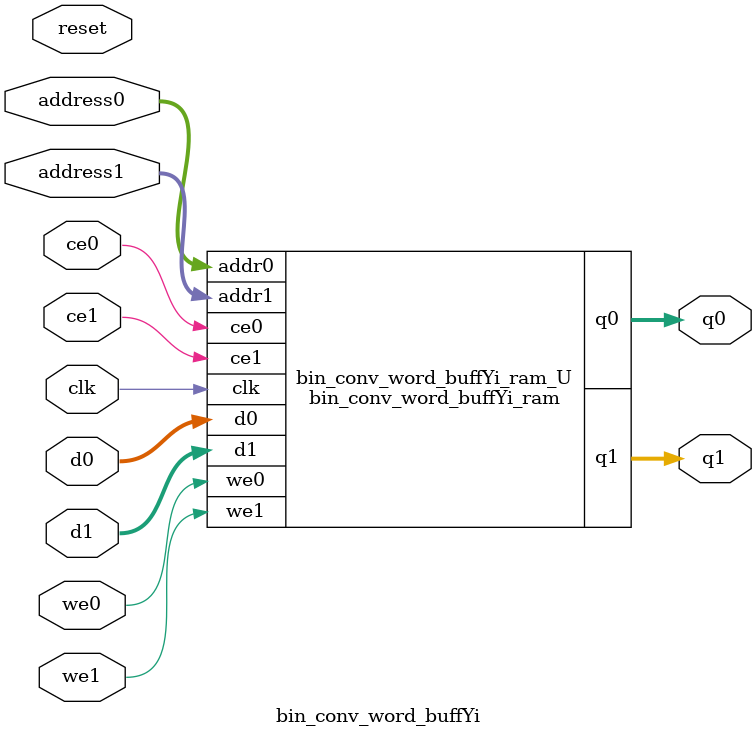
<source format=v>
`timescale 1 ns / 1 ps
module bin_conv_word_buffYi_ram (addr0, ce0, d0, we0, q0, addr1, ce1, d1, we1, q1,  clk);

parameter DWIDTH = 2;
parameter AWIDTH = 8;
parameter MEM_SIZE = 160;

input[AWIDTH-1:0] addr0;
input ce0;
input[DWIDTH-1:0] d0;
input we0;
output reg[DWIDTH-1:0] q0;
input[AWIDTH-1:0] addr1;
input ce1;
input[DWIDTH-1:0] d1;
input we1;
output reg[DWIDTH-1:0] q1;
input clk;

(* ram_style = "block" *)reg [DWIDTH-1:0] ram[0:MEM_SIZE-1];




always @(posedge clk)  
begin 
    if (ce0) 
    begin
        if (we0) 
        begin 
            ram[addr0] <= d0; 
        end 
        q0 <= ram[addr0];
    end
end


always @(posedge clk)  
begin 
    if (ce1) 
    begin
        if (we1) 
        begin 
            ram[addr1] <= d1; 
        end 
        q1 <= ram[addr1];
    end
end


endmodule

`timescale 1 ns / 1 ps
module bin_conv_word_buffYi(
    reset,
    clk,
    address0,
    ce0,
    we0,
    d0,
    q0,
    address1,
    ce1,
    we1,
    d1,
    q1);

parameter DataWidth = 32'd2;
parameter AddressRange = 32'd160;
parameter AddressWidth = 32'd8;
input reset;
input clk;
input[AddressWidth - 1:0] address0;
input ce0;
input we0;
input[DataWidth - 1:0] d0;
output[DataWidth - 1:0] q0;
input[AddressWidth - 1:0] address1;
input ce1;
input we1;
input[DataWidth - 1:0] d1;
output[DataWidth - 1:0] q1;



bin_conv_word_buffYi_ram bin_conv_word_buffYi_ram_U(
    .clk( clk ),
    .addr0( address0 ),
    .ce0( ce0 ),
    .we0( we0 ),
    .d0( d0 ),
    .q0( q0 ),
    .addr1( address1 ),
    .ce1( ce1 ),
    .we1( we1 ),
    .d1( d1 ),
    .q1( q1 ));

endmodule


</source>
